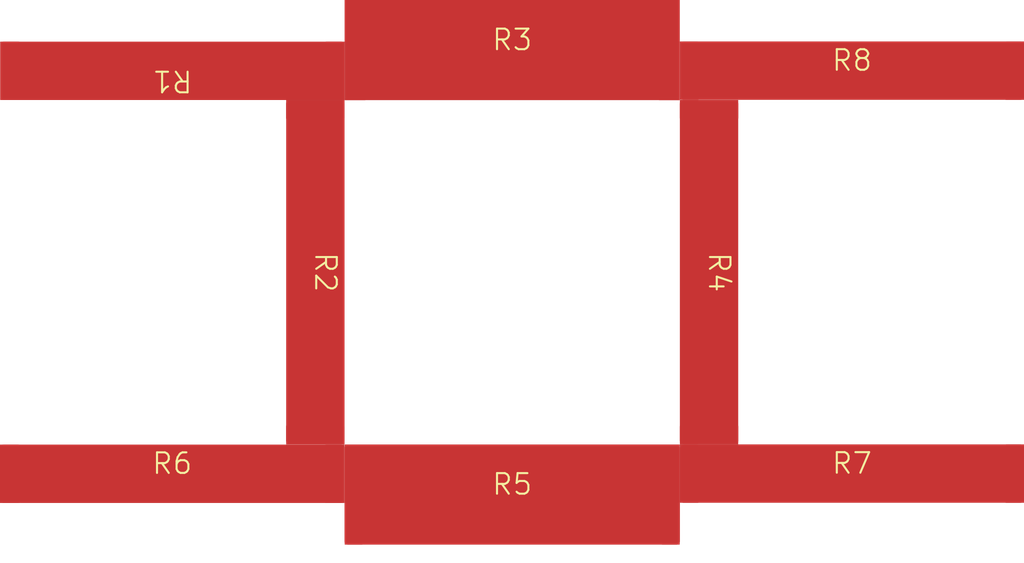
<source format=kicad_pcb>
(kicad_pcb (version 20241229) (generator "pcbnew") (generator_version "9.0")
  (layers (0 "F.Cu" signal) (2 "B.Cu" signal) (13 "F.Paste" user) (15 "B.Paste" user) (5 "F.SilkS" user "F.Silkscreen") (7 "B.SilkS" user "B.Silkscreen") (1 "F.Mask" user) (3 "B.Mask" user) (25 "Edge.Cuts" user))
  (net 0 "")
  (net 2 "Net-(R1-Pad2)")
  (net 3 "Net-(R3-Pad1)")
  (net 4 "Net-(R2-Pad1)")
  (net 5 "Net-(R4-Pad1)")
  (footprint "Butler_matrix:zo_245GHz" (layer "F.Cu") (at 30.26 25.09 180)
    (property "Reference" "R1" (at 0 -0.5 180) (layer "F.SilkS") (effects (font (thickness 0.1))))
    (property "Value" "R")
    (fp_rect (start -8.37165 -1.41822) (end 8.37165 1.41822) (fill yes) (layer "F.Cu"))
    (pad "1" smd roundrect (at 7.85 0 180) (size 1 2.83644) (layers "F.Cu" "F.Mask" "F.Paste") (roundrect_rratio 0.15))
    (pad "2" smd roundrect (at -7.85 0 180) (size 1 2.83644) (layers "F.Cu" "F.Mask" "F.Paste") (roundrect_rratio 0.15) (net 2 "Net-(R1-Pad2)"))
  )
  (footprint "Butler_matrix:zo_245GHz" (layer "F.Cu") (at 56.35 34.88 -90)
    (property "Reference" "R4" (at 0 -0.5 270) (layer "F.SilkS") (effects (font (thickness 0.1))))
    (property "Value" "R")
    (fp_rect (start -8.37165 -1.41822) (end 8.37165 1.41822) (fill yes) (layer "F.Cu"))
    (pad "1" smd roundrect (at 7.85 0 270) (size 1 2.83644) (layers "F.Cu" "F.Mask" "F.Paste") (roundrect_rratio 0.15) (net 5 "Net-(R4-Pad1)"))
    (pad "2" smd roundrect (at -7.85 0 270) (size 1 2.83644) (layers "F.Cu" "F.Mask" "F.Paste") (roundrect_rratio 0.15) (net 3 "Net-(R3-Pad1)"))
  )
  (footprint "Butler_matrix:Hybrid_part" (layer "F.Cu") (at 46.78 45.69)
    (property "Reference" "R5" (at 0 -0.5 0) (layer "F.SilkS") (effects (font (thickness 0.1))))
    (property "Value" "R")
    (fp_rect (start -8.14245 -2.43393) (end 8.14245 2.43393) (fill yes) (layer "F.Cu"))
    (pad "1" smd roundrect (at 7.65 0) (size 1 4.86786) (layers "F.Cu" "F.Mask" "F.Paste") (roundrect_rratio 0.15) (net 5 "Net-(R4-Pad1)"))
    (pad "2" smd roundrect (at -7.65 0) (size 1 4.86786) (layers "F.Cu" "F.Mask" "F.Paste") (roundrect_rratio 0.15) (net 4 "Net-(R2-Pad1)"))
  )
  (footprint "Butler_matrix:zo_245GHz" (layer "F.Cu") (at 63.3 44.67)
    (property "Reference" "R7" (at 0 -0.5 0) (layer "F.SilkS") (effects (font (thickness 0.1))))
    (property "Value" "R")
    (fp_rect (start -8.37165 -1.41822) (end 8.37165 1.41822) (fill yes) (layer "F.Cu"))
    (pad "1" smd roundrect (at 7.85 0) (size 1 2.83644) (layers "F.Cu" "F.Mask" "F.Paste") (roundrect_rratio 0.15))
    (pad "2" smd roundrect (at -7.85 0) (size 1 2.83644) (layers "F.Cu" "F.Mask" "F.Paste") (roundrect_rratio 0.15) (net 5 "Net-(R4-Pad1)"))
  )
  (footprint "Butler_matrix:zo_245GHz" (layer "F.Cu") (at 63.3 25.08)
    (property "Reference" "R8" (at 0 -0.5 0) (layer "F.SilkS") (effects (font (thickness 0.1))))
    (property "Value" "R")
    (fp_rect (start -8.37165 -1.41822) (end 8.37165 1.41822) (fill yes) (layer "F.Cu"))
    (pad "1" smd roundrect (at 7.85 0) (size 1 2.83644) (layers "F.Cu" "F.Mask" "F.Paste") (roundrect_rratio 0.15))
    (pad "2" smd roundrect (at -7.85 0) (size 1 2.83644) (layers "F.Cu" "F.Mask" "F.Paste") (roundrect_rratio 0.15) (net 3 "Net-(R3-Pad1)"))
  )
  (footprint "Butler_matrix:Hybrid_part" (layer "F.Cu") (at 46.78 24.08)
    (property "Reference" "R3" (at 0 -0.5 0) (layer "F.SilkS") (effects (font (thickness 0.1))))
    (property "Value" "R")
    (fp_rect (start -8.14245 -2.43393) (end 8.14245 2.43393) (fill yes) (layer "F.Cu"))
    (pad "1" smd rect (at 7.64 0) (size 1 4.86786) (layers "F.Cu" "F.Mask" "F.Paste") (net 3 "Net-(R3-Pad1)") (clearance 0))
    (pad "2" smd rect (at -7.64 0) (size 1 4.86786) (layers "F.Cu" "F.Mask" "F.Paste") (net 2 "Net-(R1-Pad2)") (clearance 0))
  )
  (footprint "Butler_matrix:zo_245GHz" (layer "F.Cu") (at 30.25 44.68)
    (property "Reference" "R6" (at 0 -0.5 0) (layer "F.SilkS") (effects (font (thickness 0.1))))
    (property "Value" "R")
    (fp_rect (start -8.37165 -1.41822) (end 8.37165 1.41822) (fill yes) (layer "F.Cu"))
    (pad "1" smd roundrect (at 7.85 0) (size 1 2.83644) (layers "F.Cu" "F.Mask" "F.Paste") (roundrect_rratio 0.15) (net 4 "Net-(R2-Pad1)"))
    (pad "2" smd roundrect (at -7.85 0) (size 1 2.83644) (layers "F.Cu" "F.Mask" "F.Paste") (roundrect_rratio 0.15))
  )
  (footprint "Butler_matrix:zo_245GHz" (layer "F.Cu") (at 37.21 34.88 -90)
    (property "Reference" "R2" (at 0 -0.5 270) (layer "F.SilkS") (effects (font (thickness 0.1))))
    (property "Value" "R")
    (fp_rect (start -8.37165 -1.41822) (end 8.37165 1.41822) (fill yes) (layer "F.Cu"))
    (pad "1" smd roundrect (at 7.85 0 270) (size 1 2.83644) (layers "F.Cu" "F.Mask" "F.Paste") (roundrect_rratio 0.15) (net 4 "Net-(R2-Pad1)"))
    (pad "2" smd roundrect (at -7.85 0 270) (size 1 2.83644) (layers "F.Cu" "F.Mask" "F.Paste") (roundrect_rratio 0.15) (net 2 "Net-(R1-Pad2)"))
  )
)
</source>
